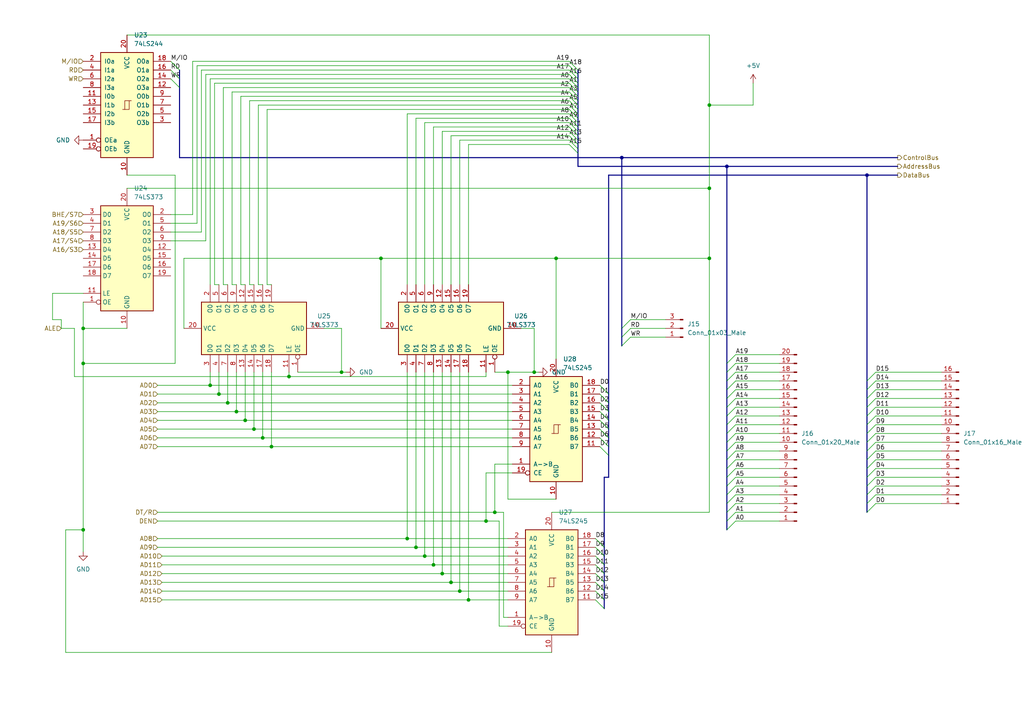
<source format=kicad_sch>
(kicad_sch (version 20211123) (generator eeschema)
  (paper "A4")
  (lib_symbols
    (symbol "74xx:74LS244" (pin_names (offset 1.016))
      (property "Reference" "U" (at -7.62 16.51 0))
      (property "Value" "74LS244" (at -7.62 -16.51 0))
      (symbol "74LS244_1_0"
        (polyline (pts (xy -0.635 -1.27) (xy -0.635 1.27) (xy 0.635 1.27)))
        (polyline (pts (xy -1.27 -1.27) (xy 0.635 -1.27) (xy 0.635 1.27) (xy 1.27 1.27)))
        (pin input inverted (at -12.7 -10.16 0) (length 5.08) (name "OEa") (number "1"))
        (pin power_in line (at 0 -20.32 90) (length 5.08) (name "GND") (number "10"))
        (pin input line (at -12.7 2.54 0) (length 5.08) (name "I0b") (number "11"))
        (pin tri_state line (at 12.7 5.08 180) (length 5.08) (name "O3a") (number "12"))
        (pin input line (at -12.7 0 0) (length 5.08) (name "I1b") (number "13"))
        (pin tri_state line (at 12.7 7.62 180) (length 5.08) (name "O2a") (number "14"))
        (pin input line (at -12.7 -2.54 0) (length 5.08) (name "I2b") (number "15"))
        (pin tri_state line (at 12.7 10.16 180) (length 5.08) (name "O1a") (number "16"))
        (pin input line (at -12.7 -5.08 0) (length 5.08) (name "I3b") (number "17"))
        (pin tri_state line (at 12.7 12.7 180) (length 5.08) (name "O0a") (number "18"))
        (pin input inverted (at -12.7 -12.7 0) (length 5.08) (name "OEb") (number "19"))
        (pin input line (at -12.7 12.7 0) (length 5.08) (name "I0a") (number "2"))
        (pin power_in line (at 0 20.32 270) (length 5.08) (name "VCC") (number "20"))
        (pin tri_state line (at 12.7 -5.08 180) (length 5.08) (name "O3b") (number "3"))
        (pin input line (at -12.7 10.16 0) (length 5.08) (name "I1a") (number "4"))
        (pin tri_state line (at 12.7 -2.54 180) (length 5.08) (name "O2b") (number "5"))
        (pin input line (at -12.7 7.62 0) (length 5.08) (name "I2a") (number "6"))
        (pin tri_state line (at 12.7 0 180) (length 5.08) (name "O1b") (number "7"))
        (pin input line (at -12.7 5.08 0) (length 5.08) (name "I3a") (number "8"))
        (pin tri_state line (at 12.7 2.54 180) (length 5.08) (name "O0b") (number "9"))
      )
      (symbol "74LS244_1_1"
        (rectangle (start -7.62 15.24) (end 7.62 -15.24) (stroke (width 0.254)) (fill (type background)))
      )
    )
    (symbol "74xx:74LS245" (pin_names (offset 1.016))
      (property "Reference" "U" (at -7.62 16.51 0))
      (property "Value" "74LS245" (at -7.62 -16.51 0))
      (symbol "74LS245_1_0"
        (polyline (pts (xy -0.635 -1.27) (xy -0.635 1.27) (xy 0.635 1.27)))
        (polyline (pts (xy -1.27 -1.27) (xy 0.635 -1.27) (xy 0.635 1.27) (xy 1.27 1.27)))
        (pin input line (at -12.7 -10.16 0) (length 5.08) (name "A->B") (number "1"))
        (pin power_in line (at 0 -20.32 90) (length 5.08) (name "GND") (number "10"))
        (pin tri_state line (at 12.7 -5.08 180) (length 5.08) (name "B7") (number "11"))
        (pin tri_state line (at 12.7 -2.54 180) (length 5.08) (name "B6") (number "12"))
        (pin tri_state line (at 12.7 0 180) (length 5.08) (name "B5") (number "13"))
        (pin tri_state line (at 12.7 2.54 180) (length 5.08) (name "B4") (number "14"))
        (pin tri_state line (at 12.7 5.08 180) (length 5.08) (name "B3") (number "15"))
        (pin tri_state line (at 12.7 7.62 180) (length 5.08) (name "B2") (number "16"))
        (pin tri_state line (at 12.7 10.16 180) (length 5.08) (name "B1") (number "17"))
        (pin tri_state line (at 12.7 12.7 180) (length 5.08) (name "B0") (number "18"))
        (pin input inverted (at -12.7 -12.7 0) (length 5.08) (name "CE") (number "19"))
        (pin tri_state line (at -12.7 12.7 0) (length 5.08) (name "A0") (number "2"))
        (pin power_in line (at 0 20.32 270) (length 5.08) (name "VCC") (number "20"))
        (pin tri_state line (at -12.7 10.16 0) (length 5.08) (name "A1") (number "3"))
        (pin tri_state line (at -12.7 7.62 0) (length 5.08) (name "A2") (number "4"))
        (pin tri_state line (at -12.7 5.08 0) (length 5.08) (name "A3") (number "5"))
        (pin tri_state line (at -12.7 2.54 0) (length 5.08) (name "A4") (number "6"))
        (pin tri_state line (at -12.7 0 0) (length 5.08) (name "A5") (number "7"))
        (pin tri_state line (at -12.7 -2.54 0) (length 5.08) (name "A6") (number "8"))
        (pin tri_state line (at -12.7 -5.08 0) (length 5.08) (name "A7") (number "9"))
      )
      (symbol "74LS245_1_1"
        (rectangle (start -7.62 15.24) (end 7.62 -15.24) (stroke (width 0.254)) (fill (type background)))
      )
    )
    (symbol "74xx:74LS373"
      (property "Reference" "U" (at -7.62 16.51 0))
      (property "Value" "74LS373" (at -7.62 -16.51 0))
      (symbol "74LS373_1_0"
        (pin input inverted (at -12.7 -12.7 0) (length 5.08) (name "OE") (number "1"))
        (pin power_in line (at 0 -20.32 90) (length 5.08) (name "GND") (number "10"))
        (pin input line (at -12.7 -10.16 0) (length 5.08) (name "LE") (number "11"))
        (pin tri_state line (at 12.7 2.54 180) (length 5.08) (name "O4") (number "12"))
        (pin input line (at -12.7 2.54 0) (length 5.08) (name "D4") (number "13"))
        (pin input line (at -12.7 0 0) (length 5.08) (name "D5") (number "14"))
        (pin tri_state line (at 12.7 0 180) (length 5.08) (name "O5") (number "15"))
        (pin tri_state line (at 12.7 -2.54 180) (length 5.08) (name "O6") (number "16"))
        (pin input line (at -12.7 -2.54 0) (length 5.08) (name "D6") (number "17"))
        (pin input line (at -12.7 -5.08 0) (length 5.08) (name "D7") (number "18"))
        (pin tri_state line (at 12.7 -5.08 180) (length 5.08) (name "O7") (number "19"))
        (pin tri_state line (at 12.7 12.7 180) (length 5.08) (name "O0") (number "2"))
        (pin power_in line (at 0 20.32 270) (length 5.08) (name "VCC") (number "20"))
        (pin input line (at -12.7 12.7 0) (length 5.08) (name "D0") (number "3"))
        (pin input line (at -12.7 10.16 0) (length 5.08) (name "D1") (number "4"))
        (pin tri_state line (at 12.7 10.16 180) (length 5.08) (name "O1") (number "5"))
        (pin tri_state line (at 12.7 7.62 180) (length 5.08) (name "O2") (number "6"))
        (pin input line (at -12.7 7.62 0) (length 5.08) (name "D2") (number "7"))
        (pin input line (at -12.7 5.08 0) (length 5.08) (name "D3") (number "8"))
        (pin tri_state line (at 12.7 5.08 180) (length 5.08) (name "O3") (number "9"))
      )
      (symbol "74LS373_1_1"
        (rectangle (start -7.62 15.24) (end 7.62 -15.24) (stroke (width 0.254)) (fill (type background)))
      )
    )
    (symbol "Connector:Conn_01x03_Male" (pin_names (offset 1.016) hide)
      (property "Reference" "J" (at 0 5.08 0))
      (property "Value" "Conn_01x03_Male" (at 0 -5.08 0))
      (symbol "Conn_01x03_Male_1_1"
        (polyline (pts (xy 1.27 -2.54) (xy 0.8636 -2.54)) (stroke (width 0.1524)))
        (polyline (pts (xy 1.27 0) (xy 0.8636 0)) (stroke (width 0.1524)))
        (polyline (pts (xy 1.27 2.54) (xy 0.8636 2.54)) (stroke (width 0.1524)))
        (rectangle (start 0.8636 -2.413) (end 0 -2.667) (stroke (width 0.1524)) (fill (type outline)))
        (rectangle (start 0.8636 0.127) (end 0 -0.127) (stroke (width 0.1524)) (fill (type outline)))
        (rectangle (start 0.8636 2.667) (end 0 2.413) (stroke (width 0.1524)) (fill (type outline)))
        (pin passive line (at 5.08 2.54 180) (length 3.81) (name "Pin_1") (number "1"))
        (pin passive line (at 5.08 0 180) (length 3.81) (name "Pin_2") (number "2"))
        (pin passive line (at 5.08 -2.54 180) (length 3.81) (name "Pin_3") (number "3"))
      )
    )
    (symbol "Connector:Conn_01x16_Male" (pin_names (offset 1.016) hide)
      (property "Reference" "J" (at 0 20.32 0))
      (property "Value" "Conn_01x16_Male" (at 0 -22.86 0))
      (symbol "Conn_01x16_Male_1_1"
        (polyline (pts (xy 1.27 -20.32) (xy 0.8636 -20.32)) (stroke (width 0.1524)))
        (polyline (pts (xy 1.27 -17.78) (xy 0.8636 -17.78)) (stroke (width 0.1524)))
        (polyline (pts (xy 1.27 -15.24) (xy 0.8636 -15.24)) (stroke (width 0.1524)))
        (polyline (pts (xy 1.27 -12.7) (xy 0.8636 -12.7)) (stroke (width 0.1524)))
        (polyline (pts (xy 1.27 -10.16) (xy 0.8636 -10.16)) (stroke (width 0.1524)))
        (polyline (pts (xy 1.27 -7.62) (xy 0.8636 -7.62)) (stroke (width 0.1524)))
        (polyline (pts (xy 1.27 -5.08) (xy 0.8636 -5.08)) (stroke (width 0.1524)))
        (polyline (pts (xy 1.27 -2.54) (xy 0.8636 -2.54)) (stroke (width 0.1524)))
        (polyline (pts (xy 1.27 0) (xy 0.8636 0)) (stroke (width 0.1524)))
        (polyline (pts (xy 1.27 2.54) (xy 0.8636 2.54)) (stroke (width 0.1524)))
        (polyline (pts (xy 1.27 5.08) (xy 0.8636 5.08)) (stroke (width 0.1524)))
        (polyline (pts (xy 1.27 7.62) (xy 0.8636 7.62)) (stroke (width 0.1524)))
        (polyline (pts (xy 1.27 10.16) (xy 0.8636 10.16)) (stroke (width 0.1524)))
        (polyline (pts (xy 1.27 12.7) (xy 0.8636 12.7)) (stroke (width 0.1524)))
        (polyline (pts (xy 1.27 15.24) (xy 0.8636 15.24)) (stroke (width 0.1524)))
        (polyline (pts (xy 1.27 17.78) (xy 0.8636 17.78)) (stroke (width 0.1524)))
        (rectangle (start 0.8636 -20.193) (end 0 -20.447) (stroke (width 0.1524)) (fill (type outline)))
        (rectangle (start 0.8636 -17.653) (end 0 -17.907) (stroke (width 0.1524)) (fill (type outline)))
        (rectangle (start 0.8636 -15.113) (end 0 -15.367) (stroke (width 0.1524)) (fill (type outline)))
        (rectangle (start 0.8636 -12.573) (end 0 -12.827) (stroke (width 0.1524)) (fill (type outline)))
        (rectangle (start 0.8636 -10.033) (end 0 -10.287) (stroke (width 0.1524)) (fill (type outline)))
        (rectangle (start 0.8636 -7.493) (end 0 -7.747) (stroke (width 0.1524)) (fill (type outline)))
        (rectangle (start 0.8636 -4.953) (end 0 -5.207) (stroke (width 0.1524)) (fill (type outline)))
        (rectangle (start 0.8636 -2.413) (end 0 -2.667) (stroke (width 0.1524)) (fill (type outline)))
        (rectangle (start 0.8636 0.127) (end 0 -0.127) (stroke (width 0.1524)) (fill (type outline)))
        (rectangle (start 0.8636 2.667) (end 0 2.413) (stroke (width 0.1524)) (fill (type outline)))
        (rectangle (start 0.8636 5.207) (end 0 4.953) (stroke (width 0.1524)) (fill (type outline)))
        (rectangle (start 0.8636 7.747) (end 0 7.493) (stroke (width 0.1524)) (fill (type outline)))
        (rectangle (start 0.8636 10.287) (end 0 10.033) (stroke (width 0.1524)) (fill (type outline)))
        (rectangle (start 0.8636 12.827) (end 0 12.573) (stroke (width 0.1524)) (fill (type outline)))
        (rectangle (start 0.8636 15.367) (end 0 15.113) (stroke (width 0.1524)) (fill (type outline)))
        (rectangle (start 0.8636 17.907) (end 0 17.653) (stroke (width 0.1524)) (fill (type outline)))
        (pin passive line (at 5.08 17.78 180) (length 3.81) (name "Pin_1") (number "1"))
        (pin passive line (at 5.08 -5.08 180) (length 3.81) (name "Pin_10") (number "10"))
        (pin passive line (at 5.08 -7.62 180) (length 3.81) (name "Pin_11") (number "11"))
        (pin passive line (at 5.08 -10.16 180) (length 3.81) (name "Pin_12") (number "12"))
        (pin passive line (at 5.08 -12.7 180) (length 3.81) (name "Pin_13") (number "13"))
        (pin passive line (at 5.08 -15.24 180) (length 3.81) (name "Pin_14") (number "14"))
        (pin passive line (at 5.08 -17.78 180) (length 3.81) (name "Pin_15") (number "15"))
        (pin passive line (at 5.08 -20.32 180) (length 3.81) (name "Pin_16") (number "16"))
        (pin passive line (at 5.08 15.24 180) (length 3.81) (name "Pin_2") (number "2"))
        (pin passive line (at 5.08 12.7 180) (length 3.81) (name "Pin_3") (number "3"))
        (pin passive line (at 5.08 10.16 180) (length 3.81) (name "Pin_4") (number "4"))
        (pin passive line (at 5.08 7.62 180) (length 3.81) (name "Pin_5") (number "5"))
        (pin passive line (at 5.08 5.08 180) (length 3.81) (name "Pin_6") (number "6"))
        (pin passive line (at 5.08 2.54 180) (length 3.81) (name "Pin_7") (number "7"))
        (pin passive line (at 5.08 0 180) (length 3.81) (name "Pin_8") (number "8"))
        (pin passive line (at 5.08 -2.54 180) (length 3.81) (name "Pin_9") (number "9"))
      )
    )
    (symbol "Connector:Conn_01x20_Male" (pin_names (offset 1.016) hide)
      (property "Reference" "J" (at 0 25.4 0))
      (property "Value" "Conn_01x20_Male" (at 0 -27.94 0))
      (symbol "Conn_01x20_Male_1_1"
        (polyline (pts (xy 1.27 -25.4) (xy 0.8636 -25.4)) (stroke (width 0.1524)))
        (polyline (pts (xy 1.27 -22.86) (xy 0.8636 -22.86)) (stroke (width 0.1524)))
        (polyline (pts (xy 1.27 -20.32) (xy 0.8636 -20.32)) (stroke (width 0.1524)))
        (polyline (pts (xy 1.27 -17.78) (xy 0.8636 -17.78)) (stroke (width 0.1524)))
        (polyline (pts (xy 1.27 -15.24) (xy 0.8636 -15.24)) (stroke (width 0.1524)))
        (polyline (pts (xy 1.27 -12.7) (xy 0.8636 -12.7)) (stroke (width 0.1524)))
        (polyline (pts (xy 1.27 -10.16) (xy 0.8636 -10.16)) (stroke (width 0.1524)))
        (polyline (pts (xy 1.27 -7.62) (xy 0.8636 -7.62)) (stroke (width 0.1524)))
        (polyline (pts (xy 1.27 -5.08) (xy 0.8636 -5.08)) (stroke (width 0.1524)))
        (polyline (pts (xy 1.27 -2.54) (xy 0.8636 -2.54)) (stroke (width 0.1524)))
        (polyline (pts (xy 1.27 0) (xy 0.8636 0)) (stroke (width 0.1524)))
        (polyline (pts (xy 1.27 2.54) (xy 0.8636 2.54)) (stroke (width 0.1524)))
        (polyline (pts (xy 1.27 5.08) (xy 0.8636 5.08)) (stroke (width 0.1524)))
        (polyline (pts (xy 1.27 7.62) (xy 0.8636 7.62)) (stroke (width 0.1524)))
        (polyline (pts (xy 1.27 10.16) (xy 0.8636 10.16)) (stroke (width 0.1524)))
        (polyline (pts (xy 1.27 12.7) (xy 0.8636 12.7)) (stroke (width 0.1524)))
        (polyline (pts (xy 1.27 15.24) (xy 0.8636 15.24)) (stroke (width 0.1524)))
        (polyline (pts (xy 1.27 17.78) (xy 0.8636 17.78)) (stroke (width 0.1524)))
        (polyline (pts (xy 1.27 20.32) (xy 0.8636 20.32)) (stroke (width 0.1524)))
        (polyline (pts (xy 1.27 22.86) (xy 0.8636 22.86)) (stroke (width 0.1524)))
        (rectangle (start 0.8636 -25.273) (end 0 -25.527) (stroke (width 0.1524)) (fill (type outline)))
        (rectangle (start 0.8636 -22.733) (end 0 -22.987) (stroke (width 0.1524)) (fill (type outline)))
        (rectangle (start 0.8636 -20.193) (end 0 -20.447) (stroke (width 0.1524)) (fill (type outline)))
        (rectangle (start 0.8636 -17.653) (end 0 -17.907) (stroke (width 0.1524)) (fill (type outline)))
        (rectangle (start 0.8636 -15.113) (end 0 -15.367) (stroke (width 0.1524)) (fill (type outline)))
        (rectangle (start 0.8636 -12.573) (end 0 -12.827) (stroke (width 0.1524)) (fill (type outline)))
        (rectangle (start 0.8636 -10.033) (end 0 -10.287) (stroke (width 0.1524)) (fill (type outline)))
        (rectangle (start 0.8636 -7.493) (end 0 -7.747) (stroke (width 0.1524)) (fill (type outline)))
        (rectangle (start 0.8636 -4.953) (end 0 -5.207) (stroke (width 0.1524)) (fill (type outline)))
        (rectangle (start 0.8636 -2.413) (end 0 -2.667) (stroke (width 0.1524)) (fill (type outline)))
        (rectangle (start 0.8636 0.127) (end 0 -0.127) (stroke (width 0.1524)) (fill (type outline)))
        (rectangle (start 0.8636 2.667) (end 0 2.413) (stroke (width 0.1524)) (fill (type outline)))
        (rectangle (start 0.8636 5.207) (end 0 4.953) (stroke (width 0.1524)) (fill (type outline)))
        (rectangle (start 0.8636 7.747) (end 0 7.493) (stroke (width 0.1524)) (fill (type outline)))
        (rectangle (start 0.8636 10.287) (end 0 10.033) (stroke (width 0.1524)) (fill (type outline)))
        (rectangle (start 0.8636 12.827) (end 0 12.573) (stroke (width 0.1524)) (fill (type outline)))
        (rectangle (start 0.8636 15.367) (end 0 15.113) (stroke (width 0.1524)) (fill (type outline)))
        (rectangle (start 0.8636 17.907) (end 0 17.653) (stroke (width 0.1524)) (fill (type outline)))
        (rectangle (start 0.8636 20.447) (end 0 20.193) (stroke (width 0.1524)) (fill (type outline)))
        (rectangle (start 0.8636 22.987) (end 0 22.733) (stroke (width 0.1524)) (fill (type outline)))
        (pin passive line (at 5.08 22.86 180) (length 3.81) (name "Pin_1") (number "1"))
        (pin passive line (at 5.08 0 180) (length 3.81) (name "Pin_10") (number "10"))
        (pin passive line (at 5.08 -2.54 180) (length 3.81) (name "Pin_11") (number "11"))
        (pin passive line (at 5.08 -5.08 180) (length 3.81) (name "Pin_12") (number "12"))
        (pin passive line (at 5.08 -7.62 180) (length 3.81) (name "Pin_13") (number "13"))
        (pin passive line (at 5.08 -10.16 180) (length 3.81) (name "Pin_14") (number "14"))
        (pin passive line (at 5.08 -12.7 180) (length 3.81) (name "Pin_15") (number "15"))
        (pin passive line (at 5.08 -15.24 180) (length 3.81) (name "Pin_16") (number "16"))
        (pin passive line (at 5.08 -17.78 180) (length 3.81) (name "Pin_17") (number "17"))
        (pin passive line (at 5.08 -20.32 180) (length 3.81) (name "Pin_18") (number "18"))
        (pin passive line (at 5.08 -22.86 180) (length 3.81) (name "Pin_19") (number "19"))
        (pin passive line (at 5.08 20.32 180) (length 3.81) (name "Pin_2") (number "2"))
        (pin passive line (at 5.08 -25.4 180) (length 3.81) (name "Pin_20") (number "20"))
        (pin passive line (at 5.08 17.78 180) (length 3.81) (name "Pin_3") (number "3"))
        (pin passive line (at 5.08 15.24 180) (length 3.81) (name "Pin_4") (number "4"))
        (pin passive line (at 5.08 12.7 180) (length 3.81) (name "Pin_5") (number "5"))
        (pin passive line (at 5.08 10.16 180) (length 3.81) (name "Pin_6") (number "6"))
        (pin passive line (at 5.08 7.62 180) (length 3.81) (name "Pin_7") (number "7"))
        (pin passive line (at 5.08 5.08 180) (length 3.81) (name "Pin_8") (number "8"))
        (pin passive line (at 5.08 2.54 180) (length 3.81) (name "Pin_9") (number "9"))
      )
    )
    (symbol "power:+5V" (power) (pin_names (offset 0))
      (property "Value" "+5V" (at 0 3.556 0))
      (symbol "+5V_0_1"
        (polyline (pts (xy -0.762 1.27) (xy 0 2.54)))
        (polyline (pts (xy 0 0) (xy 0 2.54)))
        (polyline (pts (xy 0 2.54) (xy 0.762 1.27)))
      )
      (symbol "+5V_1_1"
        (pin power_in line (at 0 0 90) (length 0) hide (name "+5V") (number "1"))
      )
    )
    (symbol "power:GND" (power) (pin_names (offset 0))
      (property "Value" "GND" (at 0 -3.81 0))
      (symbol "GND_0_1"
        (polyline (pts (xy 0 0) (xy 0 -1.27) (xy 1.27 -1.27) (xy 0 -2.54) (xy -1.27 -1.27) (xy 0 -1.27)))
      )
      (symbol "GND_1_1"
        (pin power_in line (at 0 0 270) (length 0) hide (name "GND") (number "1"))
      )
    )
  )
  (junction (at 161.29 74.93))
  (junction (at 110.49 74.93))
  (junction (at 76.2 127))
  (junction (at 205.74 54.61))
  (junction (at 205.74 74.93))
  (junction (at 205.74 30.48))
  (junction (at 154.94 107.95))
  (junction (at 140.97 151.13))
  (junction (at 143.51 148.59))
  (junction (at 125.73 163.83))
  (junction (at 24.13 153.67))
  (junction (at 210.82 48.26))
  (junction (at 83.82 109.22))
  (junction (at 133.35 171.45))
  (junction (at 128.27 166.37))
  (junction (at 251.46 50.8))
  (junction (at 63.5 114.3))
  (junction (at 118.11 156.21))
  (junction (at 71.12 121.92))
  (junction (at 130.81 168.91))
  (junction (at 123.19 161.29))
  (junction (at 66.04 116.84))
  (junction (at 68.58 119.38))
  (junction (at 147.32 107.95))
  (junction (at 78.74 129.54))
  (junction (at 99.06 107.95))
  (junction (at 180.34 45.72))
  (junction (at 60.96 111.76))
  (junction (at 120.65 158.75))
  (junction (at 24.13 105.41))
  (junction (at 24.13 95.25))
  (junction (at 73.66 124.46))
  (junction (at 135.89 173.99))
  (bus_entry (at 251.46 133.35) (size 2.54 -2.54))
  (bus_entry (at 210.82 107.95) (size 2.54 -2.54))
  (bus_entry (at 180.34 97.79) (size 2.54 -2.54))
  (bus_entry (at 210.82 110.49) (size 2.54 -2.54))
  (bus_entry (at 210.82 128.27) (size 2.54 -2.54))
  (bus_entry (at 251.46 148.59) (size 2.54 -2.54))
  (bus_entry (at 251.46 123.19) (size 2.54 -2.54))
  (bus_entry (at 251.46 113.03) (size 2.54 -2.54))
  (bus_entry (at 251.46 110.49) (size 2.54 -2.54))
  (bus_entry (at 251.46 128.27) (size 2.54 -2.54))
  (bus_entry (at 165.1 17.78) (size 2.54 2.54))
  (bus_entry (at 165.1 20.32) (size 2.54 2.54))
  (bus_entry (at 165.1 22.86) (size 2.54 2.54))
  (bus_entry (at 165.1 21.59) (size 2.54 2.54))
  (bus_entry (at 165.1 19.05) (size 2.54 2.54))
  (bus_entry (at 165.1 25.4) (size 2.54 2.54))
  (bus_entry (at 165.1 26.67) (size 2.54 2.54))
  (bus_entry (at 165.1 24.13) (size 2.54 2.54))
  (bus_entry (at 165.1 27.94) (size 2.54 2.54))
  (bus_entry (at 165.1 29.21) (size 2.54 2.54))
  (bus_entry (at 165.1 38.1) (size 2.54 2.54))
  (bus_entry (at 165.1 39.37) (size 2.54 2.54))
  (bus_entry (at 165.1 40.64) (size 2.54 2.54))
  (bus_entry (at 165.1 41.91) (size 2.54 2.54))
  (bus_entry (at 165.1 36.83) (size 2.54 2.54))
  (bus_entry (at 165.1 30.48) (size 2.54 2.54))
  (bus_entry (at 165.1 31.75) (size 2.54 2.54))
  (bus_entry (at 165.1 33.02) (size 2.54 2.54))
  (bus_entry (at 165.1 34.29) (size 2.54 2.54))
  (bus_entry (at 165.1 35.56) (size 2.54 2.54))
  (bus_entry (at 251.46 135.89) (size 2.54 -2.54))
  (bus_entry (at 210.82 120.65) (size 2.54 -2.54))
  (bus_entry (at 210.82 133.35) (size 2.54 -2.54))
  (bus_entry (at 210.82 151.13) (size 2.54 -2.54))
  (bus_entry (at 251.46 140.97) (size 2.54 -2.54))
  (bus_entry (at 210.82 138.43) (size 2.54 -2.54))
  (bus_entry (at 173.99 129.54) (size 2.54 2.54))
  (bus_entry (at 173.99 111.76) (size 2.54 2.54))
  (bus_entry (at 173.99 114.3) (size 2.54 2.54))
  (bus_entry (at 173.99 116.84) (size 2.54 2.54))
  (bus_entry (at 173.99 119.38) (size 2.54 2.54))
  (bus_entry (at 173.99 121.92) (size 2.54 2.54))
  (bus_entry (at 172.72 156.21) (size 2.54 2.54))
  (bus_entry (at 172.72 158.75) (size 2.54 2.54))
  (bus_entry (at 172.72 161.29) (size 2.54 2.54))
  (bus_entry (at 172.72 163.83) (size 2.54 2.54))
  (bus_entry (at 172.72 168.91) (size 2.54 2.54))
  (bus_entry (at 172.72 171.45) (size 2.54 2.54))
  (bus_entry (at 172.72 173.99) (size 2.54 2.54))
  (bus_entry (at 172.72 166.37) (size 2.54 2.54))
  (bus_entry (at 173.99 124.46) (size 2.54 2.54))
  (bus_entry (at 173.99 127) (size 2.54 2.54))
  (bus_entry (at 180.34 95.25) (size 2.54 -2.54))
  (bus_entry (at 251.46 146.05) (size 2.54 -2.54))
  (bus_entry (at 251.46 125.73) (size 2.54 -2.54))
  (bus_entry (at 210.82 125.73) (size 2.54 -2.54))
  (bus_entry (at 251.46 120.65) (size 2.54 -2.54))
  (bus_entry (at 210.82 146.05) (size 2.54 -2.54))
  (bus_entry (at 251.46 130.81) (size 2.54 -2.54))
  (bus_entry (at 210.82 113.03) (size 2.54 -2.54))
  (bus_entry (at 210.82 118.11) (size 2.54 -2.54))
  (bus_entry (at 180.34 100.33) (size 2.54 -2.54))
  (bus_entry (at 251.46 143.51) (size 2.54 -2.54))
  (bus_entry (at 210.82 135.89) (size 2.54 -2.54))
  (bus_entry (at 210.82 123.19) (size 2.54 -2.54))
  (bus_entry (at 210.82 115.57) (size 2.54 -2.54))
  (bus_entry (at 210.82 153.67) (size 2.54 -2.54))
  (bus_entry (at 210.82 143.51) (size 2.54 -2.54))
  (bus_entry (at 210.82 105.41) (size 2.54 -2.54))
  (bus_entry (at 210.82 140.97) (size 2.54 -2.54))
  (bus_entry (at 210.82 148.59) (size 2.54 -2.54))
  (bus_entry (at 251.46 118.11) (size 2.54 -2.54))
  (bus_entry (at 49.53 17.78) (size 2.54 2.54))
  (bus_entry (at 49.53 20.32) (size 2.54 2.54))
  (bus_entry (at 49.53 22.86) (size 2.54 2.54))
  (bus_entry (at 251.46 138.43) (size 2.54 -2.54))
  (bus_entry (at 251.46 115.57) (size 2.54 -2.54))
  (bus_entry (at 210.82 130.81) (size 2.54 -2.54))
  (bus (pts (xy 210.82 125.73) (xy 210.82 128.27)))
  (wire (pts (xy 213.36 125.73) (xy 226.06 125.73)))
  (wire (pts (xy 49.53 62.23) (xy 55.88 62.23)))
  (wire (pts (xy 19.05 189.23) (xy 19.05 153.67)))
  (wire (pts (xy 45.72 124.46) (xy 73.66 124.46)))
  (bus (pts (xy 210.82 48.26) (xy 260.35 48.26)))
  (wire (pts (xy 144.78 151.13) (xy 144.78 181.61)))
  (wire (pts (xy 110.49 74.93) (xy 161.29 74.93)))
  (wire (pts (xy 45.72 151.13) (xy 140.97 151.13)))
  (wire (pts (xy 72.39 29.21) (xy 165.1 29.21)))
  (wire (pts (xy 68.58 119.38) (xy 148.59 119.38)))
  (wire (pts (xy 99.06 95.25) (xy 99.06 107.95)))
  (bus (pts (xy 180.34 97.79) (xy 180.34 100.33)))
  (bus (pts (xy 251.46 146.05) (xy 251.46 148.59)))
  (bus (pts (xy 52.07 22.86) (xy 52.07 25.4)))
  (bus (pts (xy 167.64 39.37) (xy 167.64 40.64)))
  (wire (pts (xy 182.88 92.71) (xy 193.04 92.71)))
  (wire (pts (xy 45.72 114.3) (xy 63.5 114.3)))
  (wire (pts (xy 100.33 107.95) (xy 99.06 107.95)))
  (wire (pts (xy 76.2 82.55) (xy 74.93 82.55)))
  (wire (pts (xy 154.94 95.25) (xy 154.94 107.95)))
  (wire (pts (xy 213.36 123.19) (xy 226.06 123.19)))
  (wire (pts (xy 143.51 148.59) (xy 146.05 148.59)))
  (wire (pts (xy 165.1 40.64) (xy 133.35 40.64)))
  (wire (pts (xy 55.88 17.78) (xy 165.1 17.78)))
  (wire (pts (xy 133.35 107.95) (xy 133.35 171.45)))
  (wire (pts (xy 60.96 111.76) (xy 148.59 111.76)))
  (bus (pts (xy 251.46 138.43) (xy 251.46 140.97)))
  (wire (pts (xy 57.15 19.05) (xy 165.1 19.05)))
  (wire (pts (xy 135.89 82.55) (xy 135.89 41.91)))
  (wire (pts (xy 53.34 95.25) (xy 53.34 74.93)))
  (bus (pts (xy 180.34 95.25) (xy 180.34 97.79)))
  (bus (pts (xy 52.07 25.4) (xy 52.07 45.72)))
  (bus (pts (xy 210.82 151.13) (xy 210.82 153.67)))
  (wire (pts (xy 120.65 34.29) (xy 165.1 34.29)))
  (wire (pts (xy 21.59 95.25) (xy 21.59 109.22)))
  (wire (pts (xy 254 143.51) (xy 273.05 143.51)))
  (wire (pts (xy 254 140.97) (xy 273.05 140.97)))
  (bus (pts (xy 210.82 143.51) (xy 210.82 146.05)))
  (bus (pts (xy 167.64 36.83) (xy 167.64 38.1)))
  (wire (pts (xy 58.42 20.32) (xy 58.42 67.31)))
  (wire (pts (xy 36.83 10.16) (xy 205.74 10.16)))
  (wire (pts (xy 146.05 179.07) (xy 147.32 179.07)))
  (wire (pts (xy 59.69 69.85) (xy 59.69 21.59)))
  (wire (pts (xy 83.82 109.22) (xy 140.97 109.22)))
  (wire (pts (xy 254 123.19) (xy 273.05 123.19)))
  (wire (pts (xy 46.99 173.99) (xy 135.89 173.99)))
  (bus (pts (xy 175.26 166.37) (xy 175.26 163.83)))
  (wire (pts (xy 254 118.11) (xy 273.05 118.11)))
  (wire (pts (xy 71.12 121.92) (xy 148.59 121.92)))
  (bus (pts (xy 175.26 158.75) (xy 175.26 138.43)))
  (wire (pts (xy 73.66 107.95) (xy 73.66 124.46)))
  (wire (pts (xy 15.24 85.09) (xy 15.24 92.71)))
  (bus (pts (xy 175.26 163.83) (xy 175.26 161.29)))
  (wire (pts (xy 213.36 133.35) (xy 226.06 133.35)))
  (wire (pts (xy 63.5 114.3) (xy 148.59 114.3)))
  (bus (pts (xy 167.64 24.13) (xy 167.64 25.4)))
  (wire (pts (xy 93.98 95.25) (xy 99.06 95.25)))
  (bus (pts (xy 176.53 50.8) (xy 176.53 114.3)))
  (wire (pts (xy 140.97 107.95) (xy 140.97 109.22)))
  (wire (pts (xy 46.99 166.37) (xy 128.27 166.37)))
  (wire (pts (xy 45.72 111.76) (xy 60.96 111.76)))
  (wire (pts (xy 72.39 82.55) (xy 72.39 29.21)))
  (wire (pts (xy 213.36 143.51) (xy 226.06 143.51)))
  (wire (pts (xy 147.32 107.95) (xy 143.51 107.95)))
  (bus (pts (xy 176.53 121.92) (xy 176.53 124.46)))
  (wire (pts (xy 123.19 161.29) (xy 147.32 161.29)))
  (wire (pts (xy 77.47 31.75) (xy 165.1 31.75)))
  (bus (pts (xy 52.07 20.32) (xy 52.07 22.86)))
  (wire (pts (xy 76.2 127) (xy 148.59 127)))
  (wire (pts (xy 71.12 82.55) (xy 69.85 82.55)))
  (bus (pts (xy 251.46 50.8) (xy 251.46 110.49)))
  (wire (pts (xy 147.32 144.78) (xy 147.32 107.95)))
  (wire (pts (xy 45.72 119.38) (xy 68.58 119.38)))
  (bus (pts (xy 251.46 125.73) (xy 251.46 128.27)))
  (wire (pts (xy 213.36 151.13) (xy 226.06 151.13)))
  (wire (pts (xy 24.13 95.25) (xy 24.13 87.63)))
  (wire (pts (xy 135.89 107.95) (xy 135.89 173.99)))
  (wire (pts (xy 135.89 41.91) (xy 165.1 41.91)))
  (wire (pts (xy 46.99 161.29) (xy 123.19 161.29)))
  (wire (pts (xy 165.1 35.56) (xy 123.19 35.56)))
  (wire (pts (xy 68.58 82.55) (xy 67.31 82.55)))
  (wire (pts (xy 69.85 27.94) (xy 165.1 27.94)))
  (wire (pts (xy 45.72 148.59) (xy 143.51 148.59)))
  (wire (pts (xy 49.53 69.85) (xy 59.69 69.85)))
  (bus (pts (xy 175.26 161.29) (xy 175.26 158.75)))
  (bus (pts (xy 176.53 50.8) (xy 251.46 50.8)))
  (bus (pts (xy 251.46 110.49) (xy 251.46 113.03)))
  (wire (pts (xy 254 125.73) (xy 273.05 125.73)))
  (wire (pts (xy 125.73 36.83) (xy 165.1 36.83)))
  (wire (pts (xy 125.73 107.95) (xy 125.73 163.83)))
  (wire (pts (xy 49.53 64.77) (xy 57.15 64.77)))
  (wire (pts (xy 182.88 97.79) (xy 193.04 97.79)))
  (wire (pts (xy 125.73 82.55) (xy 125.73 36.83)))
  (wire (pts (xy 55.88 62.23) (xy 55.88 17.78)))
  (wire (pts (xy 50.8 105.41) (xy 24.13 105.41)))
  (wire (pts (xy 135.89 173.99) (xy 147.32 173.99)))
  (bus (pts (xy 210.82 123.19) (xy 210.82 125.73)))
  (wire (pts (xy 144.78 181.61) (xy 147.32 181.61)))
  (wire (pts (xy 46.99 171.45) (xy 133.35 171.45)))
  (wire (pts (xy 213.36 113.03) (xy 226.06 113.03)))
  (bus (pts (xy 251.46 120.65) (xy 251.46 123.19)))
  (wire (pts (xy 62.23 82.55) (xy 62.23 24.13)))
  (bus (pts (xy 167.64 20.32) (xy 167.64 21.59)))
  (wire (pts (xy 254 107.95) (xy 273.05 107.95)))
  (bus (pts (xy 167.64 41.91) (xy 167.64 43.18)))
  (bus (pts (xy 180.34 45.72) (xy 180.34 95.25)))
  (wire (pts (xy 45.72 156.21) (xy 118.11 156.21)))
  (wire (pts (xy 59.69 21.59) (xy 165.1 21.59)))
  (bus (pts (xy 210.82 120.65) (xy 210.82 123.19)))
  (wire (pts (xy 254 138.43) (xy 273.05 138.43)))
  (wire (pts (xy 161.29 74.93) (xy 205.74 74.93)))
  (bus (pts (xy 210.82 107.95) (xy 210.82 110.49)))
  (bus (pts (xy 175.26 138.43) (xy 176.53 138.43)))
  (bus (pts (xy 175.26 173.99) (xy 175.26 171.45)))
  (wire (pts (xy 118.11 33.02) (xy 165.1 33.02)))
  (wire (pts (xy 45.72 129.54) (xy 78.74 129.54)))
  (bus (pts (xy 251.46 113.03) (xy 251.46 115.57)))
  (wire (pts (xy 213.36 138.43) (xy 226.06 138.43)))
  (wire (pts (xy 118.11 82.55) (xy 118.11 33.02)))
  (wire (pts (xy 63.5 107.95) (xy 63.5 114.3)))
  (bus (pts (xy 251.46 140.97) (xy 251.46 143.51)))
  (bus (pts (xy 167.64 26.67) (xy 167.64 27.94)))
  (wire (pts (xy 118.11 107.95) (xy 118.11 156.21)))
  (wire (pts (xy 213.36 140.97) (xy 226.06 140.97)))
  (bus (pts (xy 210.82 118.11) (xy 210.82 120.65)))
  (wire (pts (xy 78.74 82.55) (xy 77.47 82.55)))
  (wire (pts (xy 254 120.65) (xy 273.05 120.65)))
  (bus (pts (xy 167.64 40.64) (xy 167.64 41.91)))
  (wire (pts (xy 161.29 74.93) (xy 161.29 104.14)))
  (wire (pts (xy 60.96 107.95) (xy 60.96 111.76)))
  (bus (pts (xy 167.64 31.75) (xy 167.64 33.02)))
  (wire (pts (xy 205.74 148.59) (xy 205.74 74.93)))
  (wire (pts (xy 213.36 120.65) (xy 226.06 120.65)))
  (wire (pts (xy 254 128.27) (xy 273.05 128.27)))
  (bus (pts (xy 176.53 129.54) (xy 176.53 132.08)))
  (wire (pts (xy 140.97 151.13) (xy 144.78 151.13)))
  (wire (pts (xy 110.49 74.93) (xy 110.49 95.25)))
  (bus (pts (xy 167.64 38.1) (xy 167.64 39.37)))
  (wire (pts (xy 213.36 130.81) (xy 226.06 130.81)))
  (wire (pts (xy 63.5 82.55) (xy 62.23 82.55)))
  (wire (pts (xy 73.66 124.46) (xy 148.59 124.46)))
  (bus (pts (xy 251.46 123.19) (xy 251.46 125.73)))
  (wire (pts (xy 57.15 64.77) (xy 57.15 19.05)))
  (wire (pts (xy 78.74 107.95) (xy 78.74 129.54)))
  (wire (pts (xy 254 146.05) (xy 273.05 146.05)))
  (bus (pts (xy 210.82 135.89) (xy 210.82 138.43)))
  (wire (pts (xy 66.04 116.84) (xy 148.59 116.84)))
  (wire (pts (xy 68.58 107.95) (xy 68.58 119.38)))
  (wire (pts (xy 60.96 82.55) (xy 60.96 22.86)))
  (wire (pts (xy 73.66 82.55) (xy 72.39 82.55)))
  (bus (pts (xy 251.46 115.57) (xy 251.46 118.11)))
  (wire (pts (xy 128.27 166.37) (xy 147.32 166.37)))
  (wire (pts (xy 118.11 156.21) (xy 147.32 156.21)))
  (wire (pts (xy 156.21 107.95) (xy 154.94 107.95)))
  (wire (pts (xy 161.29 144.78) (xy 147.32 144.78)))
  (wire (pts (xy 254 133.35) (xy 273.05 133.35)))
  (wire (pts (xy 62.23 24.13) (xy 165.1 24.13)))
  (wire (pts (xy 120.65 107.95) (xy 120.65 158.75)))
  (wire (pts (xy 50.8 50.8) (xy 50.8 105.41)))
  (bus (pts (xy 251.46 130.81) (xy 251.46 133.35)))
  (bus (pts (xy 210.82 113.03) (xy 210.82 115.57)))
  (bus (pts (xy 210.82 130.81) (xy 210.82 133.35)))
  (wire (pts (xy 133.35 171.45) (xy 147.32 171.45)))
  (wire (pts (xy 15.24 92.71) (xy 17.78 92.71)))
  (wire (pts (xy 130.81 168.91) (xy 147.32 168.91)))
  (wire (pts (xy 165.1 20.32) (xy 58.42 20.32)))
  (bus (pts (xy 175.26 171.45) (xy 175.26 168.91)))
  (wire (pts (xy 53.34 74.93) (xy 110.49 74.93)))
  (bus (pts (xy 176.53 119.38) (xy 176.53 121.92)))
  (wire (pts (xy 24.13 105.41) (xy 24.13 95.25)))
  (bus (pts (xy 176.53 124.46) (xy 176.53 127)))
  (wire (pts (xy 24.13 95.25) (xy 36.83 95.25)))
  (bus (pts (xy 167.64 21.59) (xy 167.64 22.86)))
  (bus (pts (xy 210.82 115.57) (xy 210.82 118.11)))
  (wire (pts (xy 17.78 92.71) (xy 17.78 95.25)))
  (bus (pts (xy 175.26 168.91) (xy 175.26 166.37)))
  (bus (pts (xy 210.82 110.49) (xy 210.82 113.03)))
  (wire (pts (xy 19.05 153.67) (xy 24.13 153.67)))
  (bus (pts (xy 167.64 48.26) (xy 210.82 48.26)))
  (wire (pts (xy 213.36 102.87) (xy 226.06 102.87)))
  (bus (pts (xy 167.64 48.26) (xy 167.64 44.45)))
  (bus (pts (xy 210.82 148.59) (xy 210.82 151.13)))
  (bus (pts (xy 167.64 22.86) (xy 167.64 24.13)))
  (wire (pts (xy 123.19 107.95) (xy 123.19 161.29)))
  (wire (pts (xy 83.82 109.22) (xy 83.82 107.95)))
  (bus (pts (xy 251.46 128.27) (xy 251.46 130.81)))
  (bus (pts (xy 210.82 146.05) (xy 210.82 148.59)))
  (wire (pts (xy 46.99 168.91) (xy 130.81 168.91)))
  (wire (pts (xy 45.72 158.75) (xy 120.65 158.75)))
  (wire (pts (xy 182.88 95.25) (xy 193.04 95.25)))
  (wire (pts (xy 130.81 82.55) (xy 130.81 39.37)))
  (bus (pts (xy 52.07 45.72) (xy 180.34 45.72)))
  (wire (pts (xy 78.74 129.54) (xy 148.59 129.54)))
  (wire (pts (xy 74.93 82.55) (xy 74.93 30.48)))
  (wire (pts (xy 21.59 109.22) (xy 83.82 109.22)))
  (wire (pts (xy 213.36 115.57) (xy 226.06 115.57)))
  (wire (pts (xy 213.36 146.05) (xy 226.06 146.05)))
  (bus (pts (xy 167.64 25.4) (xy 167.64 26.67)))
  (wire (pts (xy 36.83 54.61) (xy 205.74 54.61)))
  (wire (pts (xy 24.13 85.09) (xy 15.24 85.09)))
  (wire (pts (xy 140.97 137.16) (xy 148.59 137.16)))
  (wire (pts (xy 60.96 22.86) (xy 165.1 22.86)))
  (bus (pts (xy 210.82 128.27) (xy 210.82 130.81)))
  (bus (pts (xy 180.34 45.72) (xy 260.35 45.72)))
  (bus (pts (xy 251.46 118.11) (xy 251.46 120.65)))
  (wire (pts (xy 36.83 50.8) (xy 50.8 50.8)))
  (bus (pts (xy 210.82 140.97) (xy 210.82 143.51)))
  (wire (pts (xy 123.19 35.56) (xy 123.19 82.55)))
  (wire (pts (xy 205.74 10.16) (xy 205.74 30.48)))
  (bus (pts (xy 210.82 48.26) (xy 210.82 105.41)))
  (wire (pts (xy 213.36 118.11) (xy 226.06 118.11)))
  (wire (pts (xy 205.74 30.48) (xy 205.74 54.61)))
  (wire (pts (xy 165.1 38.1) (xy 128.27 38.1)))
  (wire (pts (xy 213.36 128.27) (xy 226.06 128.27)))
  (wire (pts (xy 69.85 82.55) (xy 69.85 27.94)))
  (wire (pts (xy 143.51 134.62) (xy 148.59 134.62)))
  (wire (pts (xy 213.36 107.95) (xy 226.06 107.95)))
  (wire (pts (xy 99.06 107.95) (xy 86.36 107.95)))
  (wire (pts (xy 64.77 82.55) (xy 64.77 25.4)))
  (wire (pts (xy 154.94 107.95) (xy 147.32 107.95)))
  (wire (pts (xy 160.02 189.23) (xy 19.05 189.23)))
  (bus (pts (xy 167.64 33.02) (xy 167.64 34.29)))
  (bus (pts (xy 210.82 133.35) (xy 210.82 135.89)))
  (wire (pts (xy 64.77 25.4) (xy 165.1 25.4)))
  (wire (pts (xy 24.13 153.67) (xy 24.13 105.41)))
  (wire (pts (xy 254 115.57) (xy 273.05 115.57)))
  (wire (pts (xy 120.65 158.75) (xy 147.32 158.75)))
  (wire (pts (xy 218.44 30.48) (xy 218.44 24.13)))
  (bus (pts (xy 176.53 114.3) (xy 176.53 116.84)))
  (wire (pts (xy 125.73 163.83) (xy 147.32 163.83)))
  (wire (pts (xy 46.99 163.83) (xy 125.73 163.83)))
  (wire (pts (xy 151.13 95.25) (xy 154.94 95.25)))
  (wire (pts (xy 254 113.03) (xy 273.05 113.03)))
  (bus (pts (xy 251.46 135.89) (xy 251.46 138.43)))
  (bus (pts (xy 175.26 176.53) (xy 175.26 173.99)))
  (wire (pts (xy 77.47 82.55) (xy 77.47 31.75)))
  (wire (pts (xy 49.53 67.31) (xy 58.42 67.31)))
  (wire (pts (xy 74.93 30.48) (xy 165.1 30.48)))
  (wire (pts (xy 76.2 107.95) (xy 76.2 127)))
  (wire (pts (xy 128.27 38.1) (xy 128.27 82.55)))
  (bus (pts (xy 167.64 29.21) (xy 167.64 30.48)))
  (bus (pts (xy 176.53 116.84) (xy 176.53 119.38)))
  (wire (pts (xy 24.13 160.02) (xy 24.13 153.67)))
  (bus (pts (xy 251.46 143.51) (xy 251.46 146.05)))
  (wire (pts (xy 66.04 107.95) (xy 66.04 116.84)))
  (wire (pts (xy 128.27 107.95) (xy 128.27 166.37)))
  (bus (pts (xy 167.64 27.94) (xy 167.64 29.21)))
  (wire (pts (xy 213.36 105.41) (xy 226.06 105.41)))
  (wire (pts (xy 205.74 54.61) (xy 205.74 74.93)))
  (wire (pts (xy 45.72 116.84) (xy 66.04 116.84)))
  (wire (pts (xy 45.72 127) (xy 76.2 127)))
  (wire (pts (xy 130.81 107.95) (xy 130.81 168.91)))
  (bus (pts (xy 210.82 138.43) (xy 210.82 140.97)))
  (bus (pts (xy 167.64 34.29) (xy 167.64 35.56)))
  (wire (pts (xy 146.05 148.59) (xy 146.05 179.07)))
  (wire (pts (xy 120.65 82.55) (xy 120.65 34.29)))
  (wire (pts (xy 254 110.49) (xy 273.05 110.49)))
  (bus (pts (xy 210.82 105.41) (xy 210.82 107.95)))
  (wire (pts (xy 143.51 148.59) (xy 143.51 134.62)))
  (bus (pts (xy 176.53 127) (xy 176.53 129.54)))
  (bus (pts (xy 167.64 30.48) (xy 167.64 31.75)))
  (bus (pts (xy 167.64 35.56) (xy 167.64 36.83)))
  (wire (pts (xy 160.02 148.59) (xy 205.74 148.59)))
  (wire (pts (xy 205.74 30.48) (xy 218.44 30.48)))
  (wire (pts (xy 71.12 107.95) (xy 71.12 121.92)))
  (wire (pts (xy 130.81 39.37) (xy 165.1 39.37)))
  (bus (pts (xy 251.46 50.8) (xy 260.35 50.8)))
  (wire (pts (xy 213.36 110.49) (xy 226.06 110.49)))
  (wire (pts (xy 213.36 135.89) (xy 226.06 135.89)))
  (wire (pts (xy 45.72 121.92) (xy 71.12 121.92)))
  (wire (pts (xy 133.35 40.64) (xy 133.35 82.55)))
  (wire (pts (xy 17.78 95.25) (xy 21.59 95.25)))
  (wire (pts (xy 140.97 151.13) (xy 140.97 137.16)))
  (bus (pts (xy 176.53 132.08) (xy 176.53 138.43)))
  (bus (pts (xy 251.46 133.35) (xy 251.46 135.89)))
  (bus (pts (xy 167.64 43.18) (xy 167.64 44.45)))
  (wire (pts (xy 66.04 82.55) (xy 64.77 82.55)))
  (wire (pts (xy 254 135.89) (xy 273.05 135.89)))
  (wire (pts (xy 67.31 26.67) (xy 165.1 26.67)))
  (wire (pts (xy 254 130.81) (xy 273.05 130.81)))
  (wire (pts (xy 213.36 148.59) (xy 226.06 148.59)))
  (wire (pts (xy 67.31 82.55) (xy 67.31 26.67)))
  (label "A4" (at 165.1 27.94 180))
  (label "M{slash}IO" (at 182.88 92.71 0))
  (label "A8" (at 213.36 130.81 0))
  (label "D5" (at 254 133.35 0))
  (label "D9" (at 254 123.19 0))
  (label "WR" (at 182.88 97.79 0))
  (label "A19" (at 213.36 102.87 0))
  (label "D14" (at 254 110.49 0))
  (label "M{slash}IO" (at 49.53 17.78 0))
  (label "D7" (at 254 128.27 0))
  (label "D12" (at 254 115.57 0))
  (label "D6" (at 173.99 127 0))
  (label "A1" (at 213.36 148.59 0))
  (label "A2" (at 165.1 25.4 180))
  (label "D4" (at 254 135.89 0))
  (label "D1" (at 254 143.51 0))
  (label "A7" (at 213.36 133.35 0))
  (label "D13" (at 254 113.03 0))
  (label "A11" (at 165.1 36.83 0))
  (label "A15" (at 213.36 113.03 0))
  (label "A16" (at 165.1 21.59 0))
  (label "D10" (at 172.72 161.29 0))
  (label "A2" (at 213.36 146.05 0))
  (label "D11" (at 254 118.11 0))
  (label "A3" (at 165.1 26.67 0))
  (label "A16" (at 213.36 110.49 0))
  (label "A14" (at 165.1 40.64 180))
  (label "WR" (at 49.53 22.86 0))
  (label "A18" (at 165.1 19.05 0))
  (label "D8" (at 254 125.73 0))
  (label "A3" (at 213.36 143.51 0))
  (label "A10" (at 213.36 125.73 0))
  (label "A12" (at 165.1 38.1 180))
  (label "A6" (at 165.1 30.48 180))
  (label "D7" (at 173.99 129.54 0))
  (label "A13" (at 165.1 39.37 0))
  (label "A10" (at 165.1 35.56 180))
  (label "D2" (at 173.99 116.84 0))
  (label "A19" (at 165.1 17.78 180))
  (label "A0" (at 165.1 22.86 180))
  (label "D6" (at 254 130.81 0))
  (label "D1" (at 173.99 114.3 0))
  (label "D0" (at 254 146.05 0))
  (label "D2" (at 254 140.97 0))
  (label "A12" (at 213.36 120.65 0))
  (label "RD" (at 49.53 20.32 0))
  (label "D15" (at 254 107.95 0))
  (label "D3" (at 254 138.43 0))
  (label "A4" (at 213.36 140.97 0))
  (label "D3" (at 173.99 119.38 0))
  (label "D4" (at 173.99 121.92 0))
  (label "A15" (at 165.1 41.91 0))
  (label "D8" (at 172.72 156.21 0))
  (label "RD" (at 182.88 95.25 0))
  (label "D14" (at 172.72 171.45 0))
  (label "D15" (at 172.72 173.99 0))
  (label "A13" (at 213.36 118.11 0))
  (label "D12" (at 172.72 166.37 0))
  (label "A9" (at 213.36 128.27 0))
  (label "A5" (at 213.36 138.43 0))
  (label "A14" (at 213.36 115.57 0))
  (label "D0" (at 173.99 111.76 0))
  (label "A1" (at 165.1 24.13 0))
  (label "D11" (at 172.72 163.83 0))
  (label "A9" (at 165.1 34.29 0))
  (label "A0" (at 213.36 151.13 0))
  (label "A8" (at 165.1 33.02 180))
  (label "A7" (at 165.1 31.75 0))
  (label "D13" (at 172.72 168.91 0))
  (label "D5" (at 173.99 124.46 0))
  (label "A17" (at 213.36 107.95 0))
  (label "A6" (at 213.36 135.89 0))
  (label "A5" (at 165.1 29.21 0))
  (label "D10" (at 254 120.65 0))
  (label "A18" (at 213.36 105.41 0))
  (label "A11" (at 213.36 123.19 0))
  (label "D9" (at 172.72 158.75 0))
  (label "A17" (at 165.1 20.32 180))
  (hierarchical_label "A19{slash}S6" (shape input) (at 24.13 64.77 180))
  (hierarchical_label "DEN" (shape input) (at 45.72 151.13 180))
  (hierarchical_label "AD9" (shape input) (at 45.72 158.75 180))
  (hierarchical_label "AD7" (shape input) (at 45.72 129.54 180))
  (hierarchical_label "AD6" (shape input) (at 45.72 127 180))
  (hierarchical_label "AD5" (shape input) (at 45.72 124.46 180))
  (hierarchical_label "AD3" (shape input) (at 45.72 119.38 180))
  (hierarchical_label "AD1" (shape input) (at 45.72 114.3 180))
  (hierarchical_label "ALE" (shape input) (at 17.78 95.25 180))
  (hierarchical_label "AD4" (shape input) (at 45.72 121.92 180))
  (hierarchical_label "DT{slash}R" (shape input) (at 45.72 148.59 180))
  (hierarchical_label "A17{slash}S4" (shape input) (at 24.13 69.85 180))
  (hierarchical_label "AD2" (shape input) (at 45.72 116.84 180))
  (hierarchical_label "AD0" (shape input) (at 45.72 111.76 180))
  (hierarchical_label "ControlBus" (shape output) (at 260.35 45.72 0))
  (hierarchical_label "AddressBus" (shape output) (at 260.35 48.26 0))
  (hierarchical_label "AD12" (shape input) (at 46.99 166.37 180))
  (hierarchical_label "WR" (shape input) (at 24.13 22.86 180))
  (hierarchical_label "AD8" (shape input) (at 45.72 156.21 180))
  (hierarchical_label "AD13" (shape input) (at 46.99 168.91 180))
  (hierarchical_label "A16{slash}S3" (shape input) (at 24.13 72.39 180))
  (hierarchical_label "AD10" (shape input) (at 46.99 161.29 180))
  (hierarchical_label "BHE{slash}S7" (shape input) (at 24.13 62.23 180))
  (hierarchical_label "AD11" (shape input) (at 46.99 163.83 180))
  (hierarchical_label "AD15" (shape input) (at 46.99 173.99 180))
  (hierarchical_label "M{slash}IO" (shape input) (at 24.13 17.78 180))
  (hierarchical_label "RD" (shape input) (at 24.13 20.32 180))
  (hierarchical_label "DataBus" (shape output) (at 260.35 50.8 0))
  (hierarchical_label "AD14" (shape input) (at 46.99 171.45 180))
  (hierarchical_label "A18{slash}S5" (shape input) (at 24.13 67.31 180))
  (symbol (lib_id "74xx:74LS373") (at 36.83 74.93 0) (unit 1)
    (property "Reference" "U24" (at 38.8494 54.61 0) (effects (justify left)))
    (property "Value" "74LS373" (at 38.8494 57.15 0) (effects (justify left)))
    (property "Footprint" "Package_DIP:DIP-20_W7.62mm" (effects hide))
    (property "Datasheet" "http://www.ti.com/lit/gpn/sn74LS373" (effects hide))
  )
  (symbol (lib_id "power:GND") (at 156.21 107.95 90) (unit 1)
    (property "Reference" "#PWR0117" (effects hide))
    (property "Value" "GND" (at 160.02 107.9499 90) (effects (justify right)))
  )
  (symbol (lib_id "power:GND") (at 24.13 40.64 270) (unit 1)
    (property "Reference" "#PWR0116" (effects hide))
    (property "Value" "GND" (at 20.32 40.6399 90) (effects (justify right)))
  )
  (symbol (lib_id "power:GND") (at 100.33 107.95 90) (unit 1)
    (property "Reference" "#PWR0114" (effects hide))
    (property "Value" "GND" (at 104.14 107.9499 90) (effects (justify right)))
  )
  (symbol (lib_id "74xx:74LS373") (at 130.81 95.25 90) (unit 1)
    (property "Reference" "U26" (at 151.13 91.6686 90))
    (property "Value" "74LS373" (at 151.13 94.2086 90))
    (property "Footprint" "Package_DIP:DIP-20_W7.62mm" (effects hide))
    (property "Datasheet" "http://www.ti.com/lit/gpn/sn74LS373" (effects hide))
  )
  (symbol (lib_id "power:GND") (at 24.13 160.02 0) (unit 1)
    (property "Reference" "#PWR0115" (effects hide))
    (property "Value" "GND" (at 24.13 165.1 0))
  )
  (symbol (lib_id "74xx:74LS245") (at 161.29 124.46 0) (unit 1)
    (property "Reference" "U28" (at 163.3094 104.14 0) (effects (justify left)))
    (property "Value" "74LS245" (at 163.3094 106.68 0) (effects (justify left)))
    (property "Footprint" "Package_DIP:DIP-20_W7.62mm" (effects hide))
    (property "Datasheet" "http://www.ti.com/lit/gpn/sn74LS245" (effects hide))
  )
  (symbol (lib_id "Connector:Conn_01x16_Male") (at 278.13 128.27 180) (unit 1)
    (property "Reference" "J17" (at 279.4 125.7299 0) (effects (justify right)))
    (property "Value" "Conn_01x16_Male" (at 279.4 128.2699 0) (effects (justify right)))
    (property "Footprint" "Connector:FanPinHeader_1x03_P2.54mm_Vertical" (effects hide))
  )
  (symbol (lib_id "power:+5V") (at 218.44 24.13 0) (unit 1)
    (property "Reference" "#PWR?" (effects hide))
  )
  (symbol (lib_id "Connector:Conn_01x20_Male") (at 231.14 128.27 180) (unit 1)
    (property "Reference" "J16" (at 232.41 125.7299 0) (effects (justify right)))
    (property "Value" "Conn_01x20_Male" (at 232.41 128.2699 0) (effects (justify right)))
    (property "Footprint" "Connector:FanPinHeader_1x03_P2.54mm_Vertical" (effects hide))
  )
  (symbol (lib_id "74xx:74LS373") (at 73.66 95.25 90) (unit 1)
    (property "Reference" "U25" (at 93.98 91.6686 90))
    (property "Value" "74LS373" (at 93.98 94.2086 90))
    (property "Footprint" "Package_DIP:DIP-20_W7.62mm" (effects hide))
    (property "Datasheet" "http://www.ti.com/lit/gpn/sn74LS373" (effects hide))
  )
  (symbol (lib_id "74xx:74LS245") (at 160.02 168.91 0) (unit 1)
    (property "Reference" "U27" (at 162.0394 148.59 0) (effects (justify left)))
    (property "Value" "74LS245" (at 162.0394 151.13 0) (effects (justify left)))
    (property "Footprint" "Package_DIP:DIP-20_W7.62mm" (effects hide))
    (property "Datasheet" "http://www.ti.com/lit/gpn/sn74LS245" (effects hide))
  )
  (symbol (lib_id "Connector:Conn_01x03_Male") (at 198.12 95.25 180) (unit 1)
    (property "Reference" "J15" (at 199.39 93.9799 0) (effects (justify right)))
    (property "Value" "Conn_01x03_Male" (at 199.39 96.5199 0) (effects (justify right)))
    (property "Footprint" "Connector:FanPinHeader_1x03_P2.54mm_Vertical" (effects hide))
  )
  (symbol (lib_id "74xx:74LS244") (at 36.83 30.48 0) (unit 1)
    (property "Reference" "U23" (at 38.8494 10.16 0) (effects (justify left)))
    (property "Value" "74LS244" (at 38.8494 12.7 0) (effects (justify left)))
    (property "Footprint" "Package_DIP:DIP-20_W7.62mm" (effects hide))
    (property "Datasheet" "http://www.ti.com/lit/ds/symlink/sn74ls244.pdf" (effects hide))
  )
)
</source>
